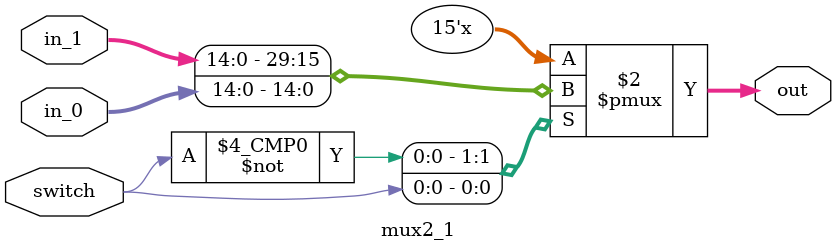
<source format=v>
`timescale 1ns / 1ns
module mux2_1(in_0,in_1,switch,out);

	input[14:0] in_0,in_1;					
	input 					switch;
	output[14:0] out;					
 	reg [14:0] out;					

	always@(in_0 or in_1 or switch) 
		begin
			case(switch)
				1'b0: out = in_1;
				1'b1: out = in_0;
				default: out= 0;
			endcase
		end

endmodule
</source>
